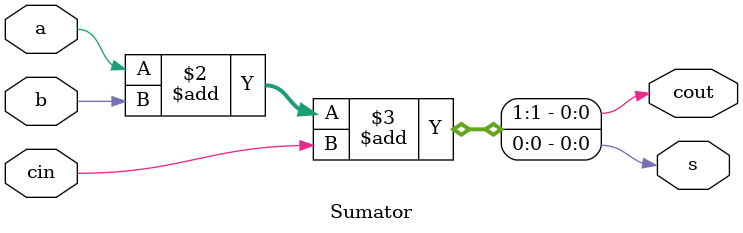
<source format=v>
`timescale 1ns / 1ps


module Sumator(a, b, cin, s, cout);
    input a, b, cin;
    output reg s, cout;
    
//    assign s = a ^ b ^cin;
//    assign cout = (a | b) & cin | (a & b);
    
    always @(a, b, cin)
        {cout, s} = a + b + cin; 
endmodule

</source>
